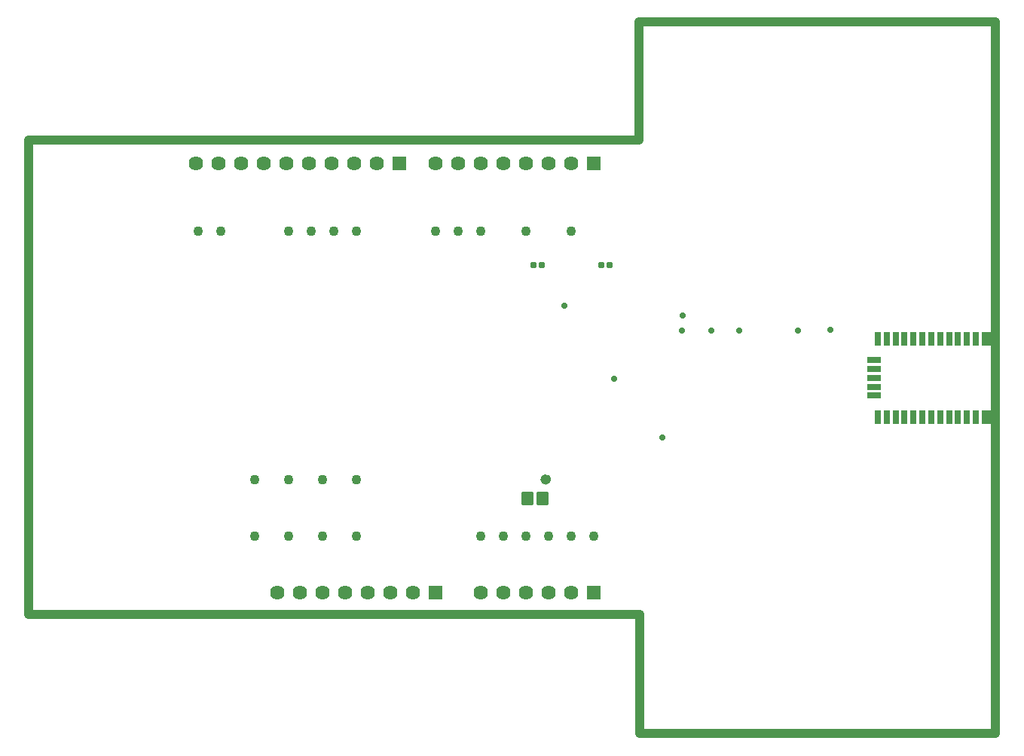
<source format=gts>
G04*
G04 #@! TF.GenerationSoftware,Altium Limited,Altium Designer,21.7.2 (23)*
G04*
G04 Layer_Color=8388736*
%FSLAX44Y44*%
%MOMM*%
G71*
G04*
G04 #@! TF.SameCoordinates,4DA13975-460D-43A1-ABA8-CDB05979C8EE*
G04*
G04*
G04 #@! TF.FilePolarity,Negative*
G04*
G01*
G75*
%ADD13C,1.0000*%
%ADD14C,0.6096*%
%ADD15R,1.1000X1.6000*%
%ADD16R,0.8000X1.6000*%
%ADD17R,1.6000X0.8000*%
%ADD18C,1.1000*%
%ADD19R,0.3000X0.3000*%
%ADD20C,0.3000*%
G04:AMPARAMS|DCode=21|XSize=0.65mm|YSize=0.65mm|CornerRadius=0.1188mm|HoleSize=0mm|Usage=FLASHONLY|Rotation=90.000|XOffset=0mm|YOffset=0mm|HoleType=Round|Shape=RoundedRectangle|*
%AMROUNDEDRECTD21*
21,1,0.6500,0.4125,0,0,90.0*
21,1,0.4125,0.6500,0,0,90.0*
1,1,0.2375,0.2063,0.2063*
1,1,0.2375,0.2063,-0.2063*
1,1,0.2375,-0.2063,-0.2063*
1,1,0.2375,-0.2063,0.2063*
%
%ADD21ROUNDEDRECTD21*%
G04:AMPARAMS|DCode=22|XSize=1.55mm|YSize=1.35mm|CornerRadius=0.2063mm|HoleSize=0mm|Usage=FLASHONLY|Rotation=90.000|XOffset=0mm|YOffset=0mm|HoleType=Round|Shape=RoundedRectangle|*
%AMROUNDEDRECTD22*
21,1,1.5500,0.9375,0,0,90.0*
21,1,1.1375,1.3500,0,0,90.0*
1,1,0.4125,0.4688,0.5688*
1,1,0.4125,0.4688,-0.5688*
1,1,0.4125,-0.4688,-0.5688*
1,1,0.4125,-0.4688,0.5688*
%
%ADD22ROUNDEDRECTD22*%
%ADD23R,1.6240X1.6240*%
%ADD24C,1.6240*%
%ADD25C,0.7000*%
D13*
X686000Y-400000D02*
Y-266000D01*
Y-400000D02*
X1085800D01*
X685800Y267000D02*
Y400000D01*
X0Y-266000D02*
X686000D01*
X1085800Y-400000D02*
X1085800Y400000D01*
X685800D02*
X1085800D01*
X0Y267000D02*
X685800D01*
X0Y-266000D02*
Y267000D01*
D14*
X583895Y-114300D02*
G03*
X583895Y-114300I-2794J0D01*
G01*
X583336D02*
G03*
X583336Y-114300I-2794J0D01*
G01*
D15*
X1076000Y-44000D02*
D03*
Y44000D02*
D03*
D16*
X1064000Y-44000D02*
D03*
X1054000D02*
D03*
X1044000D02*
D03*
X1034000D02*
D03*
X1024000D02*
D03*
X1014000D02*
D03*
X1004000D02*
D03*
X994000D02*
D03*
X984000D02*
D03*
X974000D02*
D03*
X964000D02*
D03*
X954000D02*
D03*
X1064000Y44000D02*
D03*
X1054000D02*
D03*
X1044000D02*
D03*
X1034000D02*
D03*
X1024000D02*
D03*
X1014000D02*
D03*
X1004000D02*
D03*
X994000D02*
D03*
X984000D02*
D03*
X974000D02*
D03*
X964000D02*
D03*
X954000D02*
D03*
D17*
X950000Y20000D02*
D03*
Y10000D02*
D03*
Y0D02*
D03*
Y-10000D02*
D03*
Y-20000D02*
D03*
D18*
X215900Y165100D02*
D03*
X190500D02*
D03*
X368300D02*
D03*
X342900D02*
D03*
X317500D02*
D03*
X292100D02*
D03*
X609600D02*
D03*
X508000Y-177800D02*
D03*
X558800Y165100D02*
D03*
X533400Y-177800D02*
D03*
X558800D02*
D03*
X508000Y165100D02*
D03*
X584200Y-177800D02*
D03*
X482600Y165100D02*
D03*
X609600Y-177800D02*
D03*
X457200Y165100D02*
D03*
X635000Y-177800D02*
D03*
X368300Y-114300D02*
D03*
X330200D02*
D03*
X292100D02*
D03*
X254000D02*
D03*
X368300Y-177800D02*
D03*
X330200D02*
D03*
X292100D02*
D03*
X254000D02*
D03*
D19*
X577444Y-114300D02*
D03*
X584200D02*
D03*
D20*
D03*
X577444D02*
D03*
D21*
X567000Y127000D02*
D03*
X576000D02*
D03*
X643200D02*
D03*
X652200D02*
D03*
D22*
X577000Y-136000D02*
D03*
X560000D02*
D03*
D23*
X457200Y-241300D02*
D03*
X416560Y241300D02*
D03*
X635000D02*
D03*
Y-241300D02*
D03*
D24*
X381000D02*
D03*
X355600D02*
D03*
X330200D02*
D03*
X304800D02*
D03*
X279400D02*
D03*
X431800D02*
D03*
X406400D02*
D03*
X187960Y241300D02*
D03*
X213360D02*
D03*
X238760D02*
D03*
X264160D02*
D03*
X289560D02*
D03*
X314960D02*
D03*
X340360D02*
D03*
X365760D02*
D03*
X391160D02*
D03*
X558800D02*
D03*
X533400D02*
D03*
X508000D02*
D03*
X482600D02*
D03*
X457200D02*
D03*
X609600D02*
D03*
X584200D02*
D03*
X508000Y-241300D02*
D03*
X533400D02*
D03*
X558800D02*
D03*
X584200D02*
D03*
X609600D02*
D03*
D25*
X901000Y54000D02*
D03*
X864000Y53000D02*
D03*
X798000D02*
D03*
X767000D02*
D03*
X734000D02*
D03*
X712000Y-67000D02*
D03*
X602000Y81000D02*
D03*
X735000Y70000D02*
D03*
X657779Y-1221D02*
D03*
M02*

</source>
